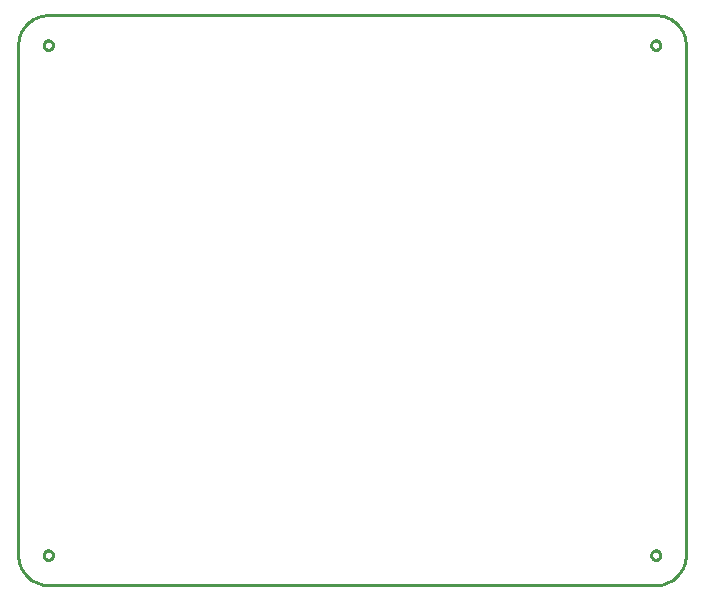
<source format=gbr>
G04 EAGLE Gerber X2 export*
%TF.Part,Single*%
%TF.FileFunction,Profile,NP*%
%TF.FilePolarity,Positive*%
%TF.GenerationSoftware,Autodesk,EAGLE,8.7.0*%
%TF.CreationDate,2018-03-25T19:34:28Z*%
G75*
%MOMM*%
%FSLAX34Y34*%
%LPD*%
%AMOC8*
5,1,8,0,0,1.08239X$1,22.5*%
G01*
%ADD10C,0.254000*%


D10*
X12700Y38100D02*
X12797Y35886D01*
X13086Y33689D01*
X13565Y31526D01*
X14232Y29413D01*
X15080Y27366D01*
X16103Y25400D01*
X17294Y23531D01*
X18642Y21773D01*
X20140Y20140D01*
X21773Y18642D01*
X23531Y17294D01*
X25400Y16103D01*
X27366Y15080D01*
X29413Y14232D01*
X31526Y13565D01*
X33689Y13086D01*
X35886Y12797D01*
X38100Y12700D01*
X552450Y12700D01*
X554664Y12797D01*
X556861Y13086D01*
X559024Y13565D01*
X561137Y14232D01*
X563185Y15080D01*
X565150Y16103D01*
X567019Y17294D01*
X568777Y18642D01*
X570411Y20140D01*
X571908Y21773D01*
X573256Y23531D01*
X574447Y25400D01*
X575470Y27366D01*
X576318Y29413D01*
X576985Y31526D01*
X577464Y33689D01*
X577753Y35886D01*
X577850Y38100D01*
X577850Y469900D01*
X577753Y472114D01*
X577464Y474311D01*
X576985Y476474D01*
X576318Y478587D01*
X575470Y480635D01*
X574447Y482600D01*
X573256Y484469D01*
X571908Y486227D01*
X570411Y487861D01*
X568777Y489358D01*
X567019Y490706D01*
X565150Y491897D01*
X563185Y492920D01*
X561137Y493768D01*
X559024Y494435D01*
X556861Y494914D01*
X554664Y495203D01*
X552450Y495300D01*
X38100Y495300D01*
X35886Y495203D01*
X33689Y494914D01*
X31526Y494435D01*
X29413Y493768D01*
X27366Y492920D01*
X25400Y491897D01*
X23531Y490706D01*
X21773Y489358D01*
X20140Y487861D01*
X18642Y486227D01*
X17294Y484469D01*
X16103Y482600D01*
X15080Y480635D01*
X14232Y478587D01*
X13565Y476474D01*
X13086Y474311D01*
X12797Y472114D01*
X12700Y469900D01*
X12700Y38100D01*
X42100Y469638D02*
X42032Y469118D01*
X41896Y468611D01*
X41695Y468127D01*
X41433Y467673D01*
X41114Y467257D01*
X40743Y466886D01*
X40327Y466567D01*
X39873Y466305D01*
X39389Y466104D01*
X38882Y465968D01*
X38362Y465900D01*
X37838Y465900D01*
X37318Y465968D01*
X36811Y466104D01*
X36327Y466305D01*
X35873Y466567D01*
X35457Y466886D01*
X35086Y467257D01*
X34767Y467673D01*
X34505Y468127D01*
X34304Y468611D01*
X34168Y469118D01*
X34100Y469638D01*
X34100Y470162D01*
X34168Y470682D01*
X34304Y471189D01*
X34505Y471673D01*
X34767Y472127D01*
X35086Y472543D01*
X35457Y472914D01*
X35873Y473233D01*
X36327Y473495D01*
X36811Y473696D01*
X37318Y473832D01*
X37838Y473900D01*
X38362Y473900D01*
X38882Y473832D01*
X39389Y473696D01*
X39873Y473495D01*
X40327Y473233D01*
X40743Y472914D01*
X41114Y472543D01*
X41433Y472127D01*
X41695Y471673D01*
X41896Y471189D01*
X42032Y470682D01*
X42100Y470162D01*
X42100Y469638D01*
X556450Y469638D02*
X556382Y469118D01*
X556246Y468611D01*
X556045Y468127D01*
X555783Y467673D01*
X555464Y467257D01*
X555093Y466886D01*
X554677Y466567D01*
X554223Y466305D01*
X553739Y466104D01*
X553232Y465968D01*
X552712Y465900D01*
X552188Y465900D01*
X551668Y465968D01*
X551161Y466104D01*
X550677Y466305D01*
X550223Y466567D01*
X549807Y466886D01*
X549436Y467257D01*
X549117Y467673D01*
X548855Y468127D01*
X548654Y468611D01*
X548518Y469118D01*
X548450Y469638D01*
X548450Y470162D01*
X548518Y470682D01*
X548654Y471189D01*
X548855Y471673D01*
X549117Y472127D01*
X549436Y472543D01*
X549807Y472914D01*
X550223Y473233D01*
X550677Y473495D01*
X551161Y473696D01*
X551668Y473832D01*
X552188Y473900D01*
X552712Y473900D01*
X553232Y473832D01*
X553739Y473696D01*
X554223Y473495D01*
X554677Y473233D01*
X555093Y472914D01*
X555464Y472543D01*
X555783Y472127D01*
X556045Y471673D01*
X556246Y471189D01*
X556382Y470682D01*
X556450Y470162D01*
X556450Y469638D01*
X556450Y37838D02*
X556382Y37318D01*
X556246Y36811D01*
X556045Y36327D01*
X555783Y35873D01*
X555464Y35457D01*
X555093Y35086D01*
X554677Y34767D01*
X554223Y34505D01*
X553739Y34304D01*
X553232Y34168D01*
X552712Y34100D01*
X552188Y34100D01*
X551668Y34168D01*
X551161Y34304D01*
X550677Y34505D01*
X550223Y34767D01*
X549807Y35086D01*
X549436Y35457D01*
X549117Y35873D01*
X548855Y36327D01*
X548654Y36811D01*
X548518Y37318D01*
X548450Y37838D01*
X548450Y38362D01*
X548518Y38882D01*
X548654Y39389D01*
X548855Y39873D01*
X549117Y40327D01*
X549436Y40743D01*
X549807Y41114D01*
X550223Y41433D01*
X550677Y41695D01*
X551161Y41896D01*
X551668Y42032D01*
X552188Y42100D01*
X552712Y42100D01*
X553232Y42032D01*
X553739Y41896D01*
X554223Y41695D01*
X554677Y41433D01*
X555093Y41114D01*
X555464Y40743D01*
X555783Y40327D01*
X556045Y39873D01*
X556246Y39389D01*
X556382Y38882D01*
X556450Y38362D01*
X556450Y37838D01*
X42100Y37838D02*
X42032Y37318D01*
X41896Y36811D01*
X41695Y36327D01*
X41433Y35873D01*
X41114Y35457D01*
X40743Y35086D01*
X40327Y34767D01*
X39873Y34505D01*
X39389Y34304D01*
X38882Y34168D01*
X38362Y34100D01*
X37838Y34100D01*
X37318Y34168D01*
X36811Y34304D01*
X36327Y34505D01*
X35873Y34767D01*
X35457Y35086D01*
X35086Y35457D01*
X34767Y35873D01*
X34505Y36327D01*
X34304Y36811D01*
X34168Y37318D01*
X34100Y37838D01*
X34100Y38362D01*
X34168Y38882D01*
X34304Y39389D01*
X34505Y39873D01*
X34767Y40327D01*
X35086Y40743D01*
X35457Y41114D01*
X35873Y41433D01*
X36327Y41695D01*
X36811Y41896D01*
X37318Y42032D01*
X37838Y42100D01*
X38362Y42100D01*
X38882Y42032D01*
X39389Y41896D01*
X39873Y41695D01*
X40327Y41433D01*
X40743Y41114D01*
X41114Y40743D01*
X41433Y40327D01*
X41695Y39873D01*
X41896Y39389D01*
X42032Y38882D01*
X42100Y38362D01*
X42100Y37838D01*
X42100Y469638D02*
X42032Y469118D01*
X41896Y468611D01*
X41695Y468127D01*
X41433Y467673D01*
X41114Y467257D01*
X40743Y466886D01*
X40327Y466567D01*
X39873Y466305D01*
X39389Y466104D01*
X38882Y465968D01*
X38362Y465900D01*
X37838Y465900D01*
X37318Y465968D01*
X36811Y466104D01*
X36327Y466305D01*
X35873Y466567D01*
X35457Y466886D01*
X35086Y467257D01*
X34767Y467673D01*
X34505Y468127D01*
X34304Y468611D01*
X34168Y469118D01*
X34100Y469638D01*
X34100Y470162D01*
X34168Y470682D01*
X34304Y471189D01*
X34505Y471673D01*
X34767Y472127D01*
X35086Y472543D01*
X35457Y472914D01*
X35873Y473233D01*
X36327Y473495D01*
X36811Y473696D01*
X37318Y473832D01*
X37838Y473900D01*
X38362Y473900D01*
X38882Y473832D01*
X39389Y473696D01*
X39873Y473495D01*
X40327Y473233D01*
X40743Y472914D01*
X41114Y472543D01*
X41433Y472127D01*
X41695Y471673D01*
X41896Y471189D01*
X42032Y470682D01*
X42100Y470162D01*
X42100Y469638D01*
X556450Y469638D02*
X556382Y469118D01*
X556246Y468611D01*
X556045Y468127D01*
X555783Y467673D01*
X555464Y467257D01*
X555093Y466886D01*
X554677Y466567D01*
X554223Y466305D01*
X553739Y466104D01*
X553232Y465968D01*
X552712Y465900D01*
X552188Y465900D01*
X551668Y465968D01*
X551161Y466104D01*
X550677Y466305D01*
X550223Y466567D01*
X549807Y466886D01*
X549436Y467257D01*
X549117Y467673D01*
X548855Y468127D01*
X548654Y468611D01*
X548518Y469118D01*
X548450Y469638D01*
X548450Y470162D01*
X548518Y470682D01*
X548654Y471189D01*
X548855Y471673D01*
X549117Y472127D01*
X549436Y472543D01*
X549807Y472914D01*
X550223Y473233D01*
X550677Y473495D01*
X551161Y473696D01*
X551668Y473832D01*
X552188Y473900D01*
X552712Y473900D01*
X553232Y473832D01*
X553739Y473696D01*
X554223Y473495D01*
X554677Y473233D01*
X555093Y472914D01*
X555464Y472543D01*
X555783Y472127D01*
X556045Y471673D01*
X556246Y471189D01*
X556382Y470682D01*
X556450Y470162D01*
X556450Y469638D01*
X556450Y37838D02*
X556382Y37318D01*
X556246Y36811D01*
X556045Y36327D01*
X555783Y35873D01*
X555464Y35457D01*
X555093Y35086D01*
X554677Y34767D01*
X554223Y34505D01*
X553739Y34304D01*
X553232Y34168D01*
X552712Y34100D01*
X552188Y34100D01*
X551668Y34168D01*
X551161Y34304D01*
X550677Y34505D01*
X550223Y34767D01*
X549807Y35086D01*
X549436Y35457D01*
X549117Y35873D01*
X548855Y36327D01*
X548654Y36811D01*
X548518Y37318D01*
X548450Y37838D01*
X548450Y38362D01*
X548518Y38882D01*
X548654Y39389D01*
X548855Y39873D01*
X549117Y40327D01*
X549436Y40743D01*
X549807Y41114D01*
X550223Y41433D01*
X550677Y41695D01*
X551161Y41896D01*
X551668Y42032D01*
X552188Y42100D01*
X552712Y42100D01*
X553232Y42032D01*
X553739Y41896D01*
X554223Y41695D01*
X554677Y41433D01*
X555093Y41114D01*
X555464Y40743D01*
X555783Y40327D01*
X556045Y39873D01*
X556246Y39389D01*
X556382Y38882D01*
X556450Y38362D01*
X556450Y37838D01*
X42100Y37838D02*
X42032Y37318D01*
X41896Y36811D01*
X41695Y36327D01*
X41433Y35873D01*
X41114Y35457D01*
X40743Y35086D01*
X40327Y34767D01*
X39873Y34505D01*
X39389Y34304D01*
X38882Y34168D01*
X38362Y34100D01*
X37838Y34100D01*
X37318Y34168D01*
X36811Y34304D01*
X36327Y34505D01*
X35873Y34767D01*
X35457Y35086D01*
X35086Y35457D01*
X34767Y35873D01*
X34505Y36327D01*
X34304Y36811D01*
X34168Y37318D01*
X34100Y37838D01*
X34100Y38362D01*
X34168Y38882D01*
X34304Y39389D01*
X34505Y39873D01*
X34767Y40327D01*
X35086Y40743D01*
X35457Y41114D01*
X35873Y41433D01*
X36327Y41695D01*
X36811Y41896D01*
X37318Y42032D01*
X37838Y42100D01*
X38362Y42100D01*
X38882Y42032D01*
X39389Y41896D01*
X39873Y41695D01*
X40327Y41433D01*
X40743Y41114D01*
X41114Y40743D01*
X41433Y40327D01*
X41695Y39873D01*
X41896Y39389D01*
X42032Y38882D01*
X42100Y38362D01*
X42100Y37838D01*
M02*

</source>
